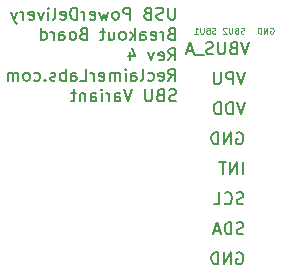
<source format=gbo>
G04 #@! TF.GenerationSoftware,KiCad,Pcbnew,5.1.10*
G04 #@! TF.CreationDate,2021-05-27T14:54:43+02:00*
G04 #@! TF.ProjectId,USB-PD-Breakout,5553422d-5044-42d4-9272-65616b6f7574,rev?*
G04 #@! TF.SameCoordinates,Original*
G04 #@! TF.FileFunction,Legend,Bot*
G04 #@! TF.FilePolarity,Positive*
%FSLAX46Y46*%
G04 Gerber Fmt 4.6, Leading zero omitted, Abs format (unit mm)*
G04 Created by KiCad (PCBNEW 5.1.10) date 2021-05-27 14:54:43*
%MOMM*%
%LPD*%
G01*
G04 APERTURE LIST*
%ADD10C,0.125000*%
%ADD11C,0.203200*%
%ADD12O,3.000000X1.500000*%
%ADD13O,2.500000X1.500000*%
%ADD14O,2.127200X2.127200*%
%ADD15C,7.400000*%
%ADD16C,1.000000*%
%ADD17O,2.100000X2.100000*%
%ADD18C,2.500000*%
G04 APERTURE END LIST*
D10*
X130023911Y-77418380D02*
X129952483Y-77442190D01*
X129833435Y-77442190D01*
X129785816Y-77418380D01*
X129762007Y-77394571D01*
X129738197Y-77346952D01*
X129738197Y-77299333D01*
X129762007Y-77251714D01*
X129785816Y-77227904D01*
X129833435Y-77204095D01*
X129928673Y-77180285D01*
X129976292Y-77156476D01*
X130000102Y-77132666D01*
X130023911Y-77085047D01*
X130023911Y-77037428D01*
X130000102Y-76989809D01*
X129976292Y-76966000D01*
X129928673Y-76942190D01*
X129809626Y-76942190D01*
X129738197Y-76966000D01*
X129357245Y-77180285D02*
X129285816Y-77204095D01*
X129262007Y-77227904D01*
X129238197Y-77275523D01*
X129238197Y-77346952D01*
X129262007Y-77394571D01*
X129285816Y-77418380D01*
X129333435Y-77442190D01*
X129523911Y-77442190D01*
X129523911Y-76942190D01*
X129357245Y-76942190D01*
X129309626Y-76966000D01*
X129285816Y-76989809D01*
X129262007Y-77037428D01*
X129262007Y-77085047D01*
X129285816Y-77132666D01*
X129309626Y-77156476D01*
X129357245Y-77180285D01*
X129523911Y-77180285D01*
X129023911Y-76942190D02*
X129023911Y-77346952D01*
X129000102Y-77394571D01*
X128976292Y-77418380D01*
X128928673Y-77442190D01*
X128833435Y-77442190D01*
X128785816Y-77418380D01*
X128762007Y-77394571D01*
X128738197Y-77346952D01*
X128738197Y-76942190D01*
X128238197Y-77442190D02*
X128523911Y-77442190D01*
X128381054Y-77442190D02*
X128381054Y-76942190D01*
X128428673Y-77013619D01*
X128476292Y-77061238D01*
X128523911Y-77085047D01*
X132462311Y-77418380D02*
X132390883Y-77442190D01*
X132271835Y-77442190D01*
X132224216Y-77418380D01*
X132200407Y-77394571D01*
X132176597Y-77346952D01*
X132176597Y-77299333D01*
X132200407Y-77251714D01*
X132224216Y-77227904D01*
X132271835Y-77204095D01*
X132367073Y-77180285D01*
X132414692Y-77156476D01*
X132438502Y-77132666D01*
X132462311Y-77085047D01*
X132462311Y-77037428D01*
X132438502Y-76989809D01*
X132414692Y-76966000D01*
X132367073Y-76942190D01*
X132248026Y-76942190D01*
X132176597Y-76966000D01*
X131795645Y-77180285D02*
X131724216Y-77204095D01*
X131700407Y-77227904D01*
X131676597Y-77275523D01*
X131676597Y-77346952D01*
X131700407Y-77394571D01*
X131724216Y-77418380D01*
X131771835Y-77442190D01*
X131962311Y-77442190D01*
X131962311Y-76942190D01*
X131795645Y-76942190D01*
X131748026Y-76966000D01*
X131724216Y-76989809D01*
X131700407Y-77037428D01*
X131700407Y-77085047D01*
X131724216Y-77132666D01*
X131748026Y-77156476D01*
X131795645Y-77180285D01*
X131962311Y-77180285D01*
X131462311Y-76942190D02*
X131462311Y-77346952D01*
X131438502Y-77394571D01*
X131414692Y-77418380D01*
X131367073Y-77442190D01*
X131271835Y-77442190D01*
X131224216Y-77418380D01*
X131200407Y-77394571D01*
X131176597Y-77346952D01*
X131176597Y-76942190D01*
X130962311Y-76989809D02*
X130938502Y-76966000D01*
X130890883Y-76942190D01*
X130771835Y-76942190D01*
X130724216Y-76966000D01*
X130700407Y-76989809D01*
X130676597Y-77037428D01*
X130676597Y-77085047D01*
X130700407Y-77156476D01*
X130986121Y-77442190D01*
X130676597Y-77442190D01*
X134665797Y-76966000D02*
X134713416Y-76942190D01*
X134784845Y-76942190D01*
X134856273Y-76966000D01*
X134903892Y-77013619D01*
X134927702Y-77061238D01*
X134951511Y-77156476D01*
X134951511Y-77227904D01*
X134927702Y-77323142D01*
X134903892Y-77370761D01*
X134856273Y-77418380D01*
X134784845Y-77442190D01*
X134737226Y-77442190D01*
X134665797Y-77418380D01*
X134641988Y-77394571D01*
X134641988Y-77227904D01*
X134737226Y-77227904D01*
X134427702Y-77442190D02*
X134427702Y-76942190D01*
X134141988Y-77442190D01*
X134141988Y-76942190D01*
X133903892Y-77442190D02*
X133903892Y-76942190D01*
X133784845Y-76942190D01*
X133713416Y-76966000D01*
X133665797Y-77013619D01*
X133641988Y-77061238D01*
X133618178Y-77156476D01*
X133618178Y-77227904D01*
X133641988Y-77323142D01*
X133665797Y-77370761D01*
X133713416Y-77418380D01*
X133784845Y-77442190D01*
X133903892Y-77442190D01*
D11*
X132486158Y-83263619D02*
X132147491Y-84279619D01*
X131808824Y-83263619D01*
X131470158Y-84279619D02*
X131470158Y-83263619D01*
X131228253Y-83263619D01*
X131083110Y-83312000D01*
X130986348Y-83408761D01*
X130937967Y-83505523D01*
X130889586Y-83699047D01*
X130889586Y-83844190D01*
X130937967Y-84037714D01*
X130986348Y-84134476D01*
X131083110Y-84231238D01*
X131228253Y-84279619D01*
X131470158Y-84279619D01*
X130454158Y-84279619D02*
X130454158Y-83263619D01*
X130212253Y-83263619D01*
X130067110Y-83312000D01*
X129970348Y-83408761D01*
X129921967Y-83505523D01*
X129873586Y-83699047D01*
X129873586Y-83844190D01*
X129921967Y-84037714D01*
X129970348Y-84134476D01*
X130067110Y-84231238D01*
X130212253Y-84279619D01*
X130454158Y-84279619D01*
X131808824Y-85852000D02*
X131905586Y-85803619D01*
X132050729Y-85803619D01*
X132195872Y-85852000D01*
X132292634Y-85948761D01*
X132341015Y-86045523D01*
X132389396Y-86239047D01*
X132389396Y-86384190D01*
X132341015Y-86577714D01*
X132292634Y-86674476D01*
X132195872Y-86771238D01*
X132050729Y-86819619D01*
X131953967Y-86819619D01*
X131808824Y-86771238D01*
X131760443Y-86722857D01*
X131760443Y-86384190D01*
X131953967Y-86384190D01*
X131325015Y-86819619D02*
X131325015Y-85803619D01*
X130744443Y-86819619D01*
X130744443Y-85803619D01*
X130260634Y-86819619D02*
X130260634Y-85803619D01*
X130018729Y-85803619D01*
X129873586Y-85852000D01*
X129776824Y-85948761D01*
X129728443Y-86045523D01*
X129680062Y-86239047D01*
X129680062Y-86384190D01*
X129728443Y-86577714D01*
X129776824Y-86674476D01*
X129873586Y-86771238D01*
X130018729Y-86819619D01*
X130260634Y-86819619D01*
X132389396Y-94391238D02*
X132244253Y-94439619D01*
X132002348Y-94439619D01*
X131905586Y-94391238D01*
X131857205Y-94342857D01*
X131808824Y-94246095D01*
X131808824Y-94149333D01*
X131857205Y-94052571D01*
X131905586Y-94004190D01*
X132002348Y-93955809D01*
X132195872Y-93907428D01*
X132292634Y-93859047D01*
X132341015Y-93810666D01*
X132389396Y-93713904D01*
X132389396Y-93617142D01*
X132341015Y-93520380D01*
X132292634Y-93472000D01*
X132195872Y-93423619D01*
X131953967Y-93423619D01*
X131808824Y-93472000D01*
X131373396Y-94439619D02*
X131373396Y-93423619D01*
X131131491Y-93423619D01*
X130986348Y-93472000D01*
X130889586Y-93568761D01*
X130841205Y-93665523D01*
X130792824Y-93859047D01*
X130792824Y-94004190D01*
X130841205Y-94197714D01*
X130889586Y-94294476D01*
X130986348Y-94391238D01*
X131131491Y-94439619D01*
X131373396Y-94439619D01*
X130405777Y-94149333D02*
X129921967Y-94149333D01*
X130502539Y-94439619D02*
X130163872Y-93423619D01*
X129825205Y-94439619D01*
X132341015Y-89359619D02*
X132341015Y-88343619D01*
X131857205Y-89359619D02*
X131857205Y-88343619D01*
X131276634Y-89359619D01*
X131276634Y-88343619D01*
X130937967Y-88343619D02*
X130357396Y-88343619D01*
X130647681Y-89359619D02*
X130647681Y-88343619D01*
X132486158Y-80723619D02*
X132147491Y-81739619D01*
X131808824Y-80723619D01*
X131470158Y-81739619D02*
X131470158Y-80723619D01*
X131083110Y-80723619D01*
X130986348Y-80772000D01*
X130937967Y-80820380D01*
X130889586Y-80917142D01*
X130889586Y-81062285D01*
X130937967Y-81159047D01*
X130986348Y-81207428D01*
X131083110Y-81255809D01*
X131470158Y-81255809D01*
X130454158Y-80723619D02*
X130454158Y-81546095D01*
X130405777Y-81642857D01*
X130357396Y-81691238D01*
X130260634Y-81739619D01*
X130067110Y-81739619D01*
X129970348Y-81691238D01*
X129921967Y-81642857D01*
X129873586Y-81546095D01*
X129873586Y-80723619D01*
X132867158Y-78183619D02*
X132528491Y-79199619D01*
X132189824Y-78183619D01*
X131512491Y-78667428D02*
X131367348Y-78715809D01*
X131318967Y-78764190D01*
X131270586Y-78860952D01*
X131270586Y-79006095D01*
X131318967Y-79102857D01*
X131367348Y-79151238D01*
X131464110Y-79199619D01*
X131851158Y-79199619D01*
X131851158Y-78183619D01*
X131512491Y-78183619D01*
X131415729Y-78232000D01*
X131367348Y-78280380D01*
X131318967Y-78377142D01*
X131318967Y-78473904D01*
X131367348Y-78570666D01*
X131415729Y-78619047D01*
X131512491Y-78667428D01*
X131851158Y-78667428D01*
X130835158Y-78183619D02*
X130835158Y-79006095D01*
X130786777Y-79102857D01*
X130738396Y-79151238D01*
X130641634Y-79199619D01*
X130448110Y-79199619D01*
X130351348Y-79151238D01*
X130302967Y-79102857D01*
X130254586Y-79006095D01*
X130254586Y-78183619D01*
X129819158Y-79151238D02*
X129674015Y-79199619D01*
X129432110Y-79199619D01*
X129335348Y-79151238D01*
X129286967Y-79102857D01*
X129238586Y-79006095D01*
X129238586Y-78909333D01*
X129286967Y-78812571D01*
X129335348Y-78764190D01*
X129432110Y-78715809D01*
X129625634Y-78667428D01*
X129722396Y-78619047D01*
X129770777Y-78570666D01*
X129819158Y-78473904D01*
X129819158Y-78377142D01*
X129770777Y-78280380D01*
X129722396Y-78232000D01*
X129625634Y-78183619D01*
X129383729Y-78183619D01*
X129238586Y-78232000D01*
X129045062Y-79296380D02*
X128270967Y-79296380D01*
X128077443Y-78909333D02*
X127593634Y-78909333D01*
X128174205Y-79199619D02*
X127835539Y-78183619D01*
X127496872Y-79199619D01*
X132389396Y-91851238D02*
X132244253Y-91899619D01*
X132002348Y-91899619D01*
X131905586Y-91851238D01*
X131857205Y-91802857D01*
X131808824Y-91706095D01*
X131808824Y-91609333D01*
X131857205Y-91512571D01*
X131905586Y-91464190D01*
X132002348Y-91415809D01*
X132195872Y-91367428D01*
X132292634Y-91319047D01*
X132341015Y-91270666D01*
X132389396Y-91173904D01*
X132389396Y-91077142D01*
X132341015Y-90980380D01*
X132292634Y-90932000D01*
X132195872Y-90883619D01*
X131953967Y-90883619D01*
X131808824Y-90932000D01*
X130792824Y-91802857D02*
X130841205Y-91851238D01*
X130986348Y-91899619D01*
X131083110Y-91899619D01*
X131228253Y-91851238D01*
X131325015Y-91754476D01*
X131373396Y-91657714D01*
X131421777Y-91464190D01*
X131421777Y-91319047D01*
X131373396Y-91125523D01*
X131325015Y-91028761D01*
X131228253Y-90932000D01*
X131083110Y-90883619D01*
X130986348Y-90883619D01*
X130841205Y-90932000D01*
X130792824Y-90980380D01*
X129873586Y-91899619D02*
X130357396Y-91899619D01*
X130357396Y-90883619D01*
X131808824Y-96012000D02*
X131905586Y-95963619D01*
X132050729Y-95963619D01*
X132195872Y-96012000D01*
X132292634Y-96108761D01*
X132341015Y-96205523D01*
X132389396Y-96399047D01*
X132389396Y-96544190D01*
X132341015Y-96737714D01*
X132292634Y-96834476D01*
X132195872Y-96931238D01*
X132050729Y-96979619D01*
X131953967Y-96979619D01*
X131808824Y-96931238D01*
X131760443Y-96882857D01*
X131760443Y-96544190D01*
X131953967Y-96544190D01*
X131325015Y-96979619D02*
X131325015Y-95963619D01*
X130744443Y-96979619D01*
X130744443Y-95963619D01*
X130260634Y-96979619D02*
X130260634Y-95963619D01*
X130018729Y-95963619D01*
X129873586Y-96012000D01*
X129776824Y-96108761D01*
X129728443Y-96205523D01*
X129680062Y-96399047D01*
X129680062Y-96544190D01*
X129728443Y-96737714D01*
X129776824Y-96834476D01*
X129873586Y-96931238D01*
X130018729Y-96979619D01*
X130260634Y-96979619D01*
X126626015Y-75237219D02*
X126626015Y-76059695D01*
X126577634Y-76156457D01*
X126529253Y-76204838D01*
X126432491Y-76253219D01*
X126238967Y-76253219D01*
X126142205Y-76204838D01*
X126093824Y-76156457D01*
X126045443Y-76059695D01*
X126045443Y-75237219D01*
X125610015Y-76204838D02*
X125464872Y-76253219D01*
X125222967Y-76253219D01*
X125126205Y-76204838D01*
X125077824Y-76156457D01*
X125029443Y-76059695D01*
X125029443Y-75962933D01*
X125077824Y-75866171D01*
X125126205Y-75817790D01*
X125222967Y-75769409D01*
X125416491Y-75721028D01*
X125513253Y-75672647D01*
X125561634Y-75624266D01*
X125610015Y-75527504D01*
X125610015Y-75430742D01*
X125561634Y-75333980D01*
X125513253Y-75285600D01*
X125416491Y-75237219D01*
X125174586Y-75237219D01*
X125029443Y-75285600D01*
X124255348Y-75721028D02*
X124110205Y-75769409D01*
X124061824Y-75817790D01*
X124013443Y-75914552D01*
X124013443Y-76059695D01*
X124061824Y-76156457D01*
X124110205Y-76204838D01*
X124206967Y-76253219D01*
X124594015Y-76253219D01*
X124594015Y-75237219D01*
X124255348Y-75237219D01*
X124158586Y-75285600D01*
X124110205Y-75333980D01*
X124061824Y-75430742D01*
X124061824Y-75527504D01*
X124110205Y-75624266D01*
X124158586Y-75672647D01*
X124255348Y-75721028D01*
X124594015Y-75721028D01*
X122803920Y-76253219D02*
X122803920Y-75237219D01*
X122416872Y-75237219D01*
X122320110Y-75285600D01*
X122271729Y-75333980D01*
X122223348Y-75430742D01*
X122223348Y-75575885D01*
X122271729Y-75672647D01*
X122320110Y-75721028D01*
X122416872Y-75769409D01*
X122803920Y-75769409D01*
X121642777Y-76253219D02*
X121739539Y-76204838D01*
X121787920Y-76156457D01*
X121836300Y-76059695D01*
X121836300Y-75769409D01*
X121787920Y-75672647D01*
X121739539Y-75624266D01*
X121642777Y-75575885D01*
X121497634Y-75575885D01*
X121400872Y-75624266D01*
X121352491Y-75672647D01*
X121304110Y-75769409D01*
X121304110Y-76059695D01*
X121352491Y-76156457D01*
X121400872Y-76204838D01*
X121497634Y-76253219D01*
X121642777Y-76253219D01*
X120965443Y-75575885D02*
X120771920Y-76253219D01*
X120578396Y-75769409D01*
X120384872Y-76253219D01*
X120191348Y-75575885D01*
X119417253Y-76204838D02*
X119514015Y-76253219D01*
X119707539Y-76253219D01*
X119804300Y-76204838D01*
X119852681Y-76108076D01*
X119852681Y-75721028D01*
X119804300Y-75624266D01*
X119707539Y-75575885D01*
X119514015Y-75575885D01*
X119417253Y-75624266D01*
X119368872Y-75721028D01*
X119368872Y-75817790D01*
X119852681Y-75914552D01*
X118933443Y-76253219D02*
X118933443Y-75575885D01*
X118933443Y-75769409D02*
X118885062Y-75672647D01*
X118836681Y-75624266D01*
X118739920Y-75575885D01*
X118643158Y-75575885D01*
X118304491Y-76253219D02*
X118304491Y-75237219D01*
X118062586Y-75237219D01*
X117917443Y-75285600D01*
X117820681Y-75382361D01*
X117772300Y-75479123D01*
X117723920Y-75672647D01*
X117723920Y-75817790D01*
X117772300Y-76011314D01*
X117820681Y-76108076D01*
X117917443Y-76204838D01*
X118062586Y-76253219D01*
X118304491Y-76253219D01*
X116901443Y-76204838D02*
X116998205Y-76253219D01*
X117191729Y-76253219D01*
X117288491Y-76204838D01*
X117336872Y-76108076D01*
X117336872Y-75721028D01*
X117288491Y-75624266D01*
X117191729Y-75575885D01*
X116998205Y-75575885D01*
X116901443Y-75624266D01*
X116853062Y-75721028D01*
X116853062Y-75817790D01*
X117336872Y-75914552D01*
X116272491Y-76253219D02*
X116369253Y-76204838D01*
X116417634Y-76108076D01*
X116417634Y-75237219D01*
X115885443Y-76253219D02*
X115885443Y-75575885D01*
X115885443Y-75237219D02*
X115933824Y-75285600D01*
X115885443Y-75333980D01*
X115837062Y-75285600D01*
X115885443Y-75237219D01*
X115885443Y-75333980D01*
X115498396Y-75575885D02*
X115256491Y-76253219D01*
X115014586Y-75575885D01*
X114240491Y-76204838D02*
X114337253Y-76253219D01*
X114530777Y-76253219D01*
X114627539Y-76204838D01*
X114675920Y-76108076D01*
X114675920Y-75721028D01*
X114627539Y-75624266D01*
X114530777Y-75575885D01*
X114337253Y-75575885D01*
X114240491Y-75624266D01*
X114192110Y-75721028D01*
X114192110Y-75817790D01*
X114675920Y-75914552D01*
X113756681Y-76253219D02*
X113756681Y-75575885D01*
X113756681Y-75769409D02*
X113708300Y-75672647D01*
X113659920Y-75624266D01*
X113563158Y-75575885D01*
X113466396Y-75575885D01*
X113224491Y-75575885D02*
X112982586Y-76253219D01*
X112740681Y-75575885D02*
X112982586Y-76253219D01*
X113079348Y-76495123D01*
X113127729Y-76543504D01*
X113224491Y-76591885D01*
X126287348Y-77448228D02*
X126142205Y-77496609D01*
X126093824Y-77544990D01*
X126045443Y-77641752D01*
X126045443Y-77786895D01*
X126093824Y-77883657D01*
X126142205Y-77932038D01*
X126238967Y-77980419D01*
X126626015Y-77980419D01*
X126626015Y-76964419D01*
X126287348Y-76964419D01*
X126190586Y-77012800D01*
X126142205Y-77061180D01*
X126093824Y-77157942D01*
X126093824Y-77254704D01*
X126142205Y-77351466D01*
X126190586Y-77399847D01*
X126287348Y-77448228D01*
X126626015Y-77448228D01*
X125610015Y-77980419D02*
X125610015Y-77303085D01*
X125610015Y-77496609D02*
X125561634Y-77399847D01*
X125513253Y-77351466D01*
X125416491Y-77303085D01*
X125319729Y-77303085D01*
X124594015Y-77932038D02*
X124690777Y-77980419D01*
X124884300Y-77980419D01*
X124981062Y-77932038D01*
X125029443Y-77835276D01*
X125029443Y-77448228D01*
X124981062Y-77351466D01*
X124884300Y-77303085D01*
X124690777Y-77303085D01*
X124594015Y-77351466D01*
X124545634Y-77448228D01*
X124545634Y-77544990D01*
X125029443Y-77641752D01*
X123674777Y-77980419D02*
X123674777Y-77448228D01*
X123723158Y-77351466D01*
X123819920Y-77303085D01*
X124013443Y-77303085D01*
X124110205Y-77351466D01*
X123674777Y-77932038D02*
X123771539Y-77980419D01*
X124013443Y-77980419D01*
X124110205Y-77932038D01*
X124158586Y-77835276D01*
X124158586Y-77738514D01*
X124110205Y-77641752D01*
X124013443Y-77593371D01*
X123771539Y-77593371D01*
X123674777Y-77544990D01*
X123190967Y-77980419D02*
X123190967Y-76964419D01*
X123094205Y-77593371D02*
X122803920Y-77980419D01*
X122803920Y-77303085D02*
X123190967Y-77690133D01*
X122223348Y-77980419D02*
X122320110Y-77932038D01*
X122368491Y-77883657D01*
X122416872Y-77786895D01*
X122416872Y-77496609D01*
X122368491Y-77399847D01*
X122320110Y-77351466D01*
X122223348Y-77303085D01*
X122078205Y-77303085D01*
X121981443Y-77351466D01*
X121933062Y-77399847D01*
X121884681Y-77496609D01*
X121884681Y-77786895D01*
X121933062Y-77883657D01*
X121981443Y-77932038D01*
X122078205Y-77980419D01*
X122223348Y-77980419D01*
X121013824Y-77303085D02*
X121013824Y-77980419D01*
X121449253Y-77303085D02*
X121449253Y-77835276D01*
X121400872Y-77932038D01*
X121304110Y-77980419D01*
X121158967Y-77980419D01*
X121062205Y-77932038D01*
X121013824Y-77883657D01*
X120675158Y-77303085D02*
X120288110Y-77303085D01*
X120530015Y-76964419D02*
X120530015Y-77835276D01*
X120481634Y-77932038D01*
X120384872Y-77980419D01*
X120288110Y-77980419D01*
X118836681Y-77448228D02*
X118691539Y-77496609D01*
X118643158Y-77544990D01*
X118594777Y-77641752D01*
X118594777Y-77786895D01*
X118643158Y-77883657D01*
X118691539Y-77932038D01*
X118788300Y-77980419D01*
X119175348Y-77980419D01*
X119175348Y-76964419D01*
X118836681Y-76964419D01*
X118739920Y-77012800D01*
X118691539Y-77061180D01*
X118643158Y-77157942D01*
X118643158Y-77254704D01*
X118691539Y-77351466D01*
X118739920Y-77399847D01*
X118836681Y-77448228D01*
X119175348Y-77448228D01*
X118014205Y-77980419D02*
X118110967Y-77932038D01*
X118159348Y-77883657D01*
X118207729Y-77786895D01*
X118207729Y-77496609D01*
X118159348Y-77399847D01*
X118110967Y-77351466D01*
X118014205Y-77303085D01*
X117869062Y-77303085D01*
X117772300Y-77351466D01*
X117723920Y-77399847D01*
X117675539Y-77496609D01*
X117675539Y-77786895D01*
X117723920Y-77883657D01*
X117772300Y-77932038D01*
X117869062Y-77980419D01*
X118014205Y-77980419D01*
X116804681Y-77980419D02*
X116804681Y-77448228D01*
X116853062Y-77351466D01*
X116949824Y-77303085D01*
X117143348Y-77303085D01*
X117240110Y-77351466D01*
X116804681Y-77932038D02*
X116901443Y-77980419D01*
X117143348Y-77980419D01*
X117240110Y-77932038D01*
X117288491Y-77835276D01*
X117288491Y-77738514D01*
X117240110Y-77641752D01*
X117143348Y-77593371D01*
X116901443Y-77593371D01*
X116804681Y-77544990D01*
X116320872Y-77980419D02*
X116320872Y-77303085D01*
X116320872Y-77496609D02*
X116272491Y-77399847D01*
X116224110Y-77351466D01*
X116127348Y-77303085D01*
X116030586Y-77303085D01*
X115256491Y-77980419D02*
X115256491Y-76964419D01*
X115256491Y-77932038D02*
X115353253Y-77980419D01*
X115546777Y-77980419D01*
X115643539Y-77932038D01*
X115691920Y-77883657D01*
X115740300Y-77786895D01*
X115740300Y-77496609D01*
X115691920Y-77399847D01*
X115643539Y-77351466D01*
X115546777Y-77303085D01*
X115353253Y-77303085D01*
X115256491Y-77351466D01*
X126045443Y-79707619D02*
X126384110Y-79223809D01*
X126626015Y-79707619D02*
X126626015Y-78691619D01*
X126238967Y-78691619D01*
X126142205Y-78740000D01*
X126093824Y-78788380D01*
X126045443Y-78885142D01*
X126045443Y-79030285D01*
X126093824Y-79127047D01*
X126142205Y-79175428D01*
X126238967Y-79223809D01*
X126626015Y-79223809D01*
X125222967Y-79659238D02*
X125319729Y-79707619D01*
X125513253Y-79707619D01*
X125610015Y-79659238D01*
X125658396Y-79562476D01*
X125658396Y-79175428D01*
X125610015Y-79078666D01*
X125513253Y-79030285D01*
X125319729Y-79030285D01*
X125222967Y-79078666D01*
X125174586Y-79175428D01*
X125174586Y-79272190D01*
X125658396Y-79368952D01*
X124835920Y-79030285D02*
X124594015Y-79707619D01*
X124352110Y-79030285D01*
X122755539Y-79030285D02*
X122755539Y-79707619D01*
X122997443Y-78643238D02*
X123239348Y-79368952D01*
X122610396Y-79368952D01*
X126045443Y-81434819D02*
X126384110Y-80951009D01*
X126626015Y-81434819D02*
X126626015Y-80418819D01*
X126238967Y-80418819D01*
X126142205Y-80467200D01*
X126093824Y-80515580D01*
X126045443Y-80612342D01*
X126045443Y-80757485D01*
X126093824Y-80854247D01*
X126142205Y-80902628D01*
X126238967Y-80951009D01*
X126626015Y-80951009D01*
X125222967Y-81386438D02*
X125319729Y-81434819D01*
X125513253Y-81434819D01*
X125610015Y-81386438D01*
X125658396Y-81289676D01*
X125658396Y-80902628D01*
X125610015Y-80805866D01*
X125513253Y-80757485D01*
X125319729Y-80757485D01*
X125222967Y-80805866D01*
X125174586Y-80902628D01*
X125174586Y-80999390D01*
X125658396Y-81096152D01*
X124303729Y-81386438D02*
X124400491Y-81434819D01*
X124594015Y-81434819D01*
X124690777Y-81386438D01*
X124739158Y-81338057D01*
X124787539Y-81241295D01*
X124787539Y-80951009D01*
X124739158Y-80854247D01*
X124690777Y-80805866D01*
X124594015Y-80757485D01*
X124400491Y-80757485D01*
X124303729Y-80805866D01*
X123723158Y-81434819D02*
X123819920Y-81386438D01*
X123868300Y-81289676D01*
X123868300Y-80418819D01*
X122900681Y-81434819D02*
X122900681Y-80902628D01*
X122949062Y-80805866D01*
X123045824Y-80757485D01*
X123239348Y-80757485D01*
X123336110Y-80805866D01*
X122900681Y-81386438D02*
X122997443Y-81434819D01*
X123239348Y-81434819D01*
X123336110Y-81386438D01*
X123384491Y-81289676D01*
X123384491Y-81192914D01*
X123336110Y-81096152D01*
X123239348Y-81047771D01*
X122997443Y-81047771D01*
X122900681Y-80999390D01*
X122416872Y-81434819D02*
X122416872Y-80757485D01*
X122416872Y-80418819D02*
X122465253Y-80467200D01*
X122416872Y-80515580D01*
X122368491Y-80467200D01*
X122416872Y-80418819D01*
X122416872Y-80515580D01*
X121933062Y-81434819D02*
X121933062Y-80757485D01*
X121933062Y-80854247D02*
X121884681Y-80805866D01*
X121787920Y-80757485D01*
X121642777Y-80757485D01*
X121546015Y-80805866D01*
X121497634Y-80902628D01*
X121497634Y-81434819D01*
X121497634Y-80902628D02*
X121449253Y-80805866D01*
X121352491Y-80757485D01*
X121207348Y-80757485D01*
X121110586Y-80805866D01*
X121062205Y-80902628D01*
X121062205Y-81434819D01*
X120191348Y-81386438D02*
X120288110Y-81434819D01*
X120481634Y-81434819D01*
X120578396Y-81386438D01*
X120626777Y-81289676D01*
X120626777Y-80902628D01*
X120578396Y-80805866D01*
X120481634Y-80757485D01*
X120288110Y-80757485D01*
X120191348Y-80805866D01*
X120142967Y-80902628D01*
X120142967Y-80999390D01*
X120626777Y-81096152D01*
X119707539Y-81434819D02*
X119707539Y-80757485D01*
X119707539Y-80951009D02*
X119659158Y-80854247D01*
X119610777Y-80805866D01*
X119514015Y-80757485D01*
X119417253Y-80757485D01*
X118594777Y-81434819D02*
X119078586Y-81434819D01*
X119078586Y-80418819D01*
X117820681Y-81434819D02*
X117820681Y-80902628D01*
X117869062Y-80805866D01*
X117965824Y-80757485D01*
X118159348Y-80757485D01*
X118256110Y-80805866D01*
X117820681Y-81386438D02*
X117917443Y-81434819D01*
X118159348Y-81434819D01*
X118256110Y-81386438D01*
X118304491Y-81289676D01*
X118304491Y-81192914D01*
X118256110Y-81096152D01*
X118159348Y-81047771D01*
X117917443Y-81047771D01*
X117820681Y-80999390D01*
X117336872Y-81434819D02*
X117336872Y-80418819D01*
X117336872Y-80805866D02*
X117240110Y-80757485D01*
X117046586Y-80757485D01*
X116949824Y-80805866D01*
X116901443Y-80854247D01*
X116853062Y-80951009D01*
X116853062Y-81241295D01*
X116901443Y-81338057D01*
X116949824Y-81386438D01*
X117046586Y-81434819D01*
X117240110Y-81434819D01*
X117336872Y-81386438D01*
X116466015Y-81386438D02*
X116369253Y-81434819D01*
X116175729Y-81434819D01*
X116078967Y-81386438D01*
X116030586Y-81289676D01*
X116030586Y-81241295D01*
X116078967Y-81144533D01*
X116175729Y-81096152D01*
X116320872Y-81096152D01*
X116417634Y-81047771D01*
X116466015Y-80951009D01*
X116466015Y-80902628D01*
X116417634Y-80805866D01*
X116320872Y-80757485D01*
X116175729Y-80757485D01*
X116078967Y-80805866D01*
X115595158Y-81338057D02*
X115546777Y-81386438D01*
X115595158Y-81434819D01*
X115643539Y-81386438D01*
X115595158Y-81338057D01*
X115595158Y-81434819D01*
X114675920Y-81386438D02*
X114772681Y-81434819D01*
X114966205Y-81434819D01*
X115062967Y-81386438D01*
X115111348Y-81338057D01*
X115159729Y-81241295D01*
X115159729Y-80951009D01*
X115111348Y-80854247D01*
X115062967Y-80805866D01*
X114966205Y-80757485D01*
X114772681Y-80757485D01*
X114675920Y-80805866D01*
X114095348Y-81434819D02*
X114192110Y-81386438D01*
X114240491Y-81338057D01*
X114288872Y-81241295D01*
X114288872Y-80951009D01*
X114240491Y-80854247D01*
X114192110Y-80805866D01*
X114095348Y-80757485D01*
X113950205Y-80757485D01*
X113853443Y-80805866D01*
X113805062Y-80854247D01*
X113756681Y-80951009D01*
X113756681Y-81241295D01*
X113805062Y-81338057D01*
X113853443Y-81386438D01*
X113950205Y-81434819D01*
X114095348Y-81434819D01*
X113321253Y-81434819D02*
X113321253Y-80757485D01*
X113321253Y-80854247D02*
X113272872Y-80805866D01*
X113176110Y-80757485D01*
X113030967Y-80757485D01*
X112934205Y-80805866D01*
X112885824Y-80902628D01*
X112885824Y-81434819D01*
X112885824Y-80902628D02*
X112837443Y-80805866D01*
X112740681Y-80757485D01*
X112595539Y-80757485D01*
X112498777Y-80805866D01*
X112450396Y-80902628D01*
X112450396Y-81434819D01*
X126674396Y-83113638D02*
X126529253Y-83162019D01*
X126287348Y-83162019D01*
X126190586Y-83113638D01*
X126142205Y-83065257D01*
X126093824Y-82968495D01*
X126093824Y-82871733D01*
X126142205Y-82774971D01*
X126190586Y-82726590D01*
X126287348Y-82678209D01*
X126480872Y-82629828D01*
X126577634Y-82581447D01*
X126626015Y-82533066D01*
X126674396Y-82436304D01*
X126674396Y-82339542D01*
X126626015Y-82242780D01*
X126577634Y-82194400D01*
X126480872Y-82146019D01*
X126238967Y-82146019D01*
X126093824Y-82194400D01*
X125319729Y-82629828D02*
X125174586Y-82678209D01*
X125126205Y-82726590D01*
X125077824Y-82823352D01*
X125077824Y-82968495D01*
X125126205Y-83065257D01*
X125174586Y-83113638D01*
X125271348Y-83162019D01*
X125658396Y-83162019D01*
X125658396Y-82146019D01*
X125319729Y-82146019D01*
X125222967Y-82194400D01*
X125174586Y-82242780D01*
X125126205Y-82339542D01*
X125126205Y-82436304D01*
X125174586Y-82533066D01*
X125222967Y-82581447D01*
X125319729Y-82629828D01*
X125658396Y-82629828D01*
X124642396Y-82146019D02*
X124642396Y-82968495D01*
X124594015Y-83065257D01*
X124545634Y-83113638D01*
X124448872Y-83162019D01*
X124255348Y-83162019D01*
X124158586Y-83113638D01*
X124110205Y-83065257D01*
X124061824Y-82968495D01*
X124061824Y-82146019D01*
X122949062Y-82146019D02*
X122610396Y-83162019D01*
X122271729Y-82146019D01*
X121497634Y-83162019D02*
X121497634Y-82629828D01*
X121546015Y-82533066D01*
X121642777Y-82484685D01*
X121836300Y-82484685D01*
X121933062Y-82533066D01*
X121497634Y-83113638D02*
X121594396Y-83162019D01*
X121836300Y-83162019D01*
X121933062Y-83113638D01*
X121981443Y-83016876D01*
X121981443Y-82920114D01*
X121933062Y-82823352D01*
X121836300Y-82774971D01*
X121594396Y-82774971D01*
X121497634Y-82726590D01*
X121013824Y-83162019D02*
X121013824Y-82484685D01*
X121013824Y-82678209D02*
X120965443Y-82581447D01*
X120917062Y-82533066D01*
X120820300Y-82484685D01*
X120723539Y-82484685D01*
X120384872Y-83162019D02*
X120384872Y-82484685D01*
X120384872Y-82146019D02*
X120433253Y-82194400D01*
X120384872Y-82242780D01*
X120336491Y-82194400D01*
X120384872Y-82146019D01*
X120384872Y-82242780D01*
X119465634Y-83162019D02*
X119465634Y-82629828D01*
X119514015Y-82533066D01*
X119610777Y-82484685D01*
X119804300Y-82484685D01*
X119901062Y-82533066D01*
X119465634Y-83113638D02*
X119562396Y-83162019D01*
X119804300Y-83162019D01*
X119901062Y-83113638D01*
X119949443Y-83016876D01*
X119949443Y-82920114D01*
X119901062Y-82823352D01*
X119804300Y-82774971D01*
X119562396Y-82774971D01*
X119465634Y-82726590D01*
X118981824Y-82484685D02*
X118981824Y-83162019D01*
X118981824Y-82581447D02*
X118933443Y-82533066D01*
X118836681Y-82484685D01*
X118691539Y-82484685D01*
X118594777Y-82533066D01*
X118546396Y-82629828D01*
X118546396Y-83162019D01*
X118207729Y-82484685D02*
X117820681Y-82484685D01*
X118062586Y-82146019D02*
X118062586Y-83016876D01*
X118014205Y-83113638D01*
X117917443Y-83162019D01*
X117820681Y-83162019D01*
%LPC*%
D12*
X103370000Y-91920000D03*
X103370000Y-83280000D03*
D13*
X108730000Y-91920000D03*
X108730000Y-83280000D03*
G36*
G01*
X111966400Y-96668600D02*
X111966400Y-94941400D01*
G75*
G02*
X112166400Y-94741400I200000J0D01*
G01*
X113893600Y-94741400D01*
G75*
G02*
X114093600Y-94941400I0J-200000D01*
G01*
X114093600Y-96668600D01*
G75*
G02*
X113893600Y-96868600I-200000J0D01*
G01*
X112166400Y-96868600D01*
G75*
G02*
X111966400Y-96668600I0J200000D01*
G01*
G37*
D14*
X113030000Y-98345000D03*
X115570000Y-95805000D03*
X115570000Y-98345000D03*
X118110000Y-95805000D03*
X118110000Y-98345000D03*
D15*
X105600000Y-97710000D03*
D16*
X108225000Y-97710000D03*
X107456155Y-99566155D03*
X105600000Y-100335000D03*
X103743845Y-99566155D03*
X102975000Y-97710000D03*
X103743845Y-95853845D03*
X105600000Y-95085000D03*
X107456155Y-95853845D03*
D15*
X105600000Y-77600000D03*
D16*
X108225000Y-77600000D03*
X107456155Y-79456155D03*
X105600000Y-80225000D03*
X103743845Y-79456155D03*
X102975000Y-77600000D03*
X103743845Y-75743845D03*
X105600000Y-74975000D03*
X107456155Y-75743845D03*
D17*
X134620000Y-96440000D03*
X134620000Y-93900000D03*
X134620000Y-91360000D03*
X134620000Y-88820000D03*
X134620000Y-86280000D03*
X134620000Y-83740000D03*
X134620000Y-81200000D03*
G36*
G01*
X133570000Y-79510000D02*
X133570000Y-77810000D01*
G75*
G02*
X133770000Y-77610000I200000J0D01*
G01*
X135470000Y-77610000D01*
G75*
G02*
X135670000Y-77810000I0J-200000D01*
G01*
X135670000Y-79510000D01*
G75*
G02*
X135470000Y-79710000I-200000J0D01*
G01*
X133770000Y-79710000D01*
G75*
G02*
X133570000Y-79510000I0J200000D01*
G01*
G37*
D18*
X129159000Y-75501500D03*
X131699000Y-75501500D03*
X134239000Y-75501500D03*
M02*

</source>
